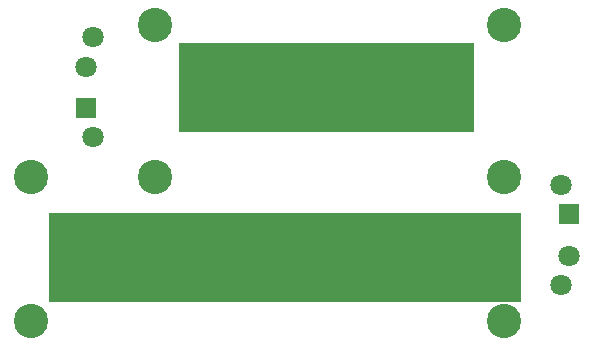
<source format=gbs>
G04*
G04 #@! TF.GenerationSoftware,Altium Limited,Altium Designer,19.0.14 (431)*
G04*
G04 Layer_Color=16711935*
%FSLAX25Y25*%
%MOIN*%
G70*
G01*
G75*
%ADD16C,0.11430*%
%ADD17C,0.07099*%
%ADD18R,0.07099X0.07099*%
%ADD19C,0.03162*%
G36*
X173228Y16142D02*
X15748D01*
Y45669D01*
X173228D01*
Y16142D01*
D02*
G37*
G36*
X157480Y72835D02*
X59055Y72835D01*
X59055Y102362D01*
X157480Y102362D01*
X157480Y72835D01*
D02*
G37*
D16*
X9843Y57874D02*
D03*
X167323D02*
D03*
X51181D02*
D03*
Y108268D02*
D03*
X167323D02*
D03*
Y9843D02*
D03*
X9843D02*
D03*
D17*
X186496Y21654D02*
D03*
Y55118D02*
D03*
X188976Y31496D02*
D03*
X30559Y104385D02*
D03*
Y70921D02*
D03*
X28079Y94543D02*
D03*
D18*
X188976Y45276D02*
D03*
X28079Y80763D02*
D03*
D19*
X62205Y86614D02*
D03*
X65355D02*
D03*
X68505D02*
D03*
X65355Y80315D02*
D03*
X62205D02*
D03*
X63780Y83465D02*
D03*
X71654Y86614D02*
D03*
X68505Y80315D02*
D03*
X66930Y77166D02*
D03*
X63780D02*
D03*
X71654Y80315D02*
D03*
X70079Y83465D02*
D03*
X66930D02*
D03*
X74804Y86614D02*
D03*
X77953D02*
D03*
X74804Y80315D02*
D03*
X70079Y77166D02*
D03*
X73229Y83465D02*
D03*
X77953Y80315D02*
D03*
X73229Y77166D02*
D03*
X76379Y83465D02*
D03*
Y77166D02*
D03*
X79528Y83465D02*
D03*
X165355Y25984D02*
D03*
Y18110D02*
D03*
X161418Y25984D02*
D03*
X163386Y22047D02*
D03*
X161418Y18110D02*
D03*
X157481Y25984D02*
D03*
X159449Y22047D02*
D03*
X157481Y18110D02*
D03*
X153544Y33858D02*
D03*
Y25984D02*
D03*
X155512Y22047D02*
D03*
X153544Y18110D02*
D03*
X151575Y37795D02*
D03*
X149607Y33858D02*
D03*
Y25984D02*
D03*
X151575Y22047D02*
D03*
X149607Y18110D02*
D03*
X147638Y37795D02*
D03*
X145670Y33858D02*
D03*
Y25984D02*
D03*
X147638Y22047D02*
D03*
X145670Y18110D02*
D03*
X143701Y37795D02*
D03*
X141733Y33858D02*
D03*
Y25984D02*
D03*
X143701Y22047D02*
D03*
X141733Y18110D02*
D03*
X139764Y37795D02*
D03*
X137796Y33858D02*
D03*
Y25984D02*
D03*
X139764Y22047D02*
D03*
X137796Y18110D02*
D03*
X135827Y37795D02*
D03*
X133859Y33858D02*
D03*
Y25984D02*
D03*
X135827Y22047D02*
D03*
X133859Y18110D02*
D03*
X131890Y37795D02*
D03*
X129922Y33858D02*
D03*
Y25984D02*
D03*
X131890Y22047D02*
D03*
X129922Y18110D02*
D03*
X127953Y37795D02*
D03*
X125985Y33858D02*
D03*
Y25984D02*
D03*
X127953Y22047D02*
D03*
X125985Y18110D02*
D03*
X124016Y37795D02*
D03*
X122048Y33858D02*
D03*
Y25984D02*
D03*
X124016Y22047D02*
D03*
X122048Y18110D02*
D03*
X120079Y37795D02*
D03*
X118111Y33858D02*
D03*
Y25984D02*
D03*
X120079Y22047D02*
D03*
X118111Y18110D02*
D03*
X116142Y37795D02*
D03*
X114174Y33858D02*
D03*
Y25984D02*
D03*
X116142Y22047D02*
D03*
X114174Y18110D02*
D03*
X112205Y37795D02*
D03*
X110237Y33858D02*
D03*
Y25984D02*
D03*
X112205Y22047D02*
D03*
X110237Y18110D02*
D03*
X108268Y37795D02*
D03*
X106299Y33858D02*
D03*
Y25984D02*
D03*
X108268Y22047D02*
D03*
X106299Y18110D02*
D03*
X104331Y37795D02*
D03*
X102363Y25984D02*
D03*
X104331Y22047D02*
D03*
X102363Y18110D02*
D03*
X98426Y25984D02*
D03*
X100394Y22047D02*
D03*
X98426Y18110D02*
D03*
X94489Y25984D02*
D03*
X96457Y22047D02*
D03*
X94489Y18110D02*
D03*
X90552Y25984D02*
D03*
X92520Y22047D02*
D03*
X90552Y18110D02*
D03*
X86615Y25984D02*
D03*
X88583Y22047D02*
D03*
X86615Y18110D02*
D03*
X84646Y37795D02*
D03*
X82678Y33858D02*
D03*
X84646Y29921D02*
D03*
X82678Y25984D02*
D03*
X84646Y22047D02*
D03*
X82678Y18110D02*
D03*
X80709Y37795D02*
D03*
X78741Y33858D02*
D03*
X80709Y29921D02*
D03*
X78741Y25984D02*
D03*
X80709Y22047D02*
D03*
X78741Y18110D02*
D03*
X76772Y37795D02*
D03*
X74804Y33858D02*
D03*
X76772Y29921D02*
D03*
X74804Y25984D02*
D03*
X76772Y22047D02*
D03*
X74804Y18110D02*
D03*
X72835Y37795D02*
D03*
X70866Y33858D02*
D03*
X72835Y29921D02*
D03*
X70866Y25984D02*
D03*
X72835Y22047D02*
D03*
X70866Y18110D02*
D03*
X68898Y37795D02*
D03*
X66929Y33858D02*
D03*
X68898Y29921D02*
D03*
X66929Y25984D02*
D03*
X68898Y22047D02*
D03*
X66929Y18110D02*
D03*
X64961Y37795D02*
D03*
X62992Y33858D02*
D03*
X64961Y29921D02*
D03*
X62992Y25984D02*
D03*
X64961Y22047D02*
D03*
X62992Y18110D02*
D03*
X61024Y37795D02*
D03*
X59055Y33858D02*
D03*
X61024Y29921D02*
D03*
X59055Y25984D02*
D03*
X61024Y22047D02*
D03*
X59055Y18110D02*
D03*
X57087Y37795D02*
D03*
X55118Y33858D02*
D03*
X57087Y29921D02*
D03*
X55118Y25984D02*
D03*
X57087Y22047D02*
D03*
X55118Y18110D02*
D03*
X53150Y37795D02*
D03*
X51181Y33858D02*
D03*
X53150Y29921D02*
D03*
X51181Y25984D02*
D03*
X53150Y22047D02*
D03*
X51181Y18110D02*
D03*
X49213Y37795D02*
D03*
X47244Y33858D02*
D03*
X49213Y29921D02*
D03*
X47244Y25984D02*
D03*
X49213Y22047D02*
D03*
X47244Y18110D02*
D03*
X45276Y37795D02*
D03*
X43307Y33858D02*
D03*
X45276Y29921D02*
D03*
X43307Y25984D02*
D03*
X45276Y22047D02*
D03*
X43307Y18110D02*
D03*
X41339Y37795D02*
D03*
X39370Y33858D02*
D03*
X41339Y29921D02*
D03*
X39370Y25984D02*
D03*
X41339Y22047D02*
D03*
X39370Y18110D02*
D03*
X37402Y37795D02*
D03*
X35433Y33858D02*
D03*
X37402Y29921D02*
D03*
X35433Y25984D02*
D03*
X37402Y22047D02*
D03*
X35433Y18110D02*
D03*
X31496Y25984D02*
D03*
X33465Y22047D02*
D03*
X31496Y18110D02*
D03*
X27559Y25984D02*
D03*
X29528Y22047D02*
D03*
X27559Y18110D02*
D03*
X23622Y25984D02*
D03*
X25591Y22047D02*
D03*
X23622Y18110D02*
D03*
X19685Y25984D02*
D03*
X21654Y22047D02*
D03*
X19685Y18110D02*
D03*
X17717Y22047D02*
D03*
X153544Y99213D02*
D03*
X155119Y96063D02*
D03*
X153544Y92914D02*
D03*
X155119Y89764D02*
D03*
X153544Y86614D02*
D03*
X155119Y83465D02*
D03*
X153544Y80315D02*
D03*
X155119Y77166D02*
D03*
X150394Y99213D02*
D03*
X151969Y96063D02*
D03*
X150394Y92914D02*
D03*
X151969Y89764D02*
D03*
X150394Y86614D02*
D03*
X151969Y83465D02*
D03*
X150394Y80315D02*
D03*
X151969Y77166D02*
D03*
X147245Y99213D02*
D03*
X148820Y96063D02*
D03*
X147245Y92914D02*
D03*
X148820Y89764D02*
D03*
X147245Y86614D02*
D03*
X148820Y83465D02*
D03*
X147245Y80315D02*
D03*
X148820Y77166D02*
D03*
X144095Y99213D02*
D03*
X145670Y96063D02*
D03*
X144095Y92914D02*
D03*
X145670Y89764D02*
D03*
X144095Y86614D02*
D03*
X145670Y83465D02*
D03*
X144095Y80315D02*
D03*
X145670Y77166D02*
D03*
X140946Y99213D02*
D03*
X142520Y96063D02*
D03*
X140946Y92914D02*
D03*
X142520Y89764D02*
D03*
X140946Y86614D02*
D03*
X142520Y83465D02*
D03*
X140946Y80315D02*
D03*
X142520Y77166D02*
D03*
X137796Y99213D02*
D03*
X139371Y96063D02*
D03*
X137796Y92914D02*
D03*
X139371Y89764D02*
D03*
X137796Y86614D02*
D03*
X139371Y83465D02*
D03*
X137796Y80315D02*
D03*
X139371Y77166D02*
D03*
X134646Y99213D02*
D03*
X136221Y96063D02*
D03*
Y89764D02*
D03*
Y77166D02*
D03*
X131497Y99213D02*
D03*
X133072Y96063D02*
D03*
Y77166D02*
D03*
X128347Y99213D02*
D03*
X129922Y96063D02*
D03*
Y77166D02*
D03*
X125198Y99213D02*
D03*
X126772Y96063D02*
D03*
Y77166D02*
D03*
X122048Y99213D02*
D03*
X123623Y96063D02*
D03*
Y77166D02*
D03*
X118898Y99213D02*
D03*
X120473Y96063D02*
D03*
X118898Y92914D02*
D03*
Y86614D02*
D03*
X120473Y77166D02*
D03*
X115749Y99213D02*
D03*
X117324Y96063D02*
D03*
Y89764D02*
D03*
Y77166D02*
D03*
X112599Y99213D02*
D03*
X114174Y96063D02*
D03*
Y77166D02*
D03*
X109450Y99213D02*
D03*
X111024Y96063D02*
D03*
Y77166D02*
D03*
X106300Y99213D02*
D03*
X107875Y96063D02*
D03*
Y77166D02*
D03*
X103150Y99213D02*
D03*
X104725Y96063D02*
D03*
Y77166D02*
D03*
X100001Y99213D02*
D03*
X101576Y96063D02*
D03*
X100001Y86614D02*
D03*
X101576Y77166D02*
D03*
X96851Y99213D02*
D03*
X98426Y96063D02*
D03*
X96851Y86614D02*
D03*
X98426Y83465D02*
D03*
Y77166D02*
D03*
X93701Y99213D02*
D03*
X95276Y96063D02*
D03*
Y77166D02*
D03*
X90552Y99213D02*
D03*
X92127Y96063D02*
D03*
X87402Y99213D02*
D03*
X88977Y96063D02*
D03*
X84253Y99213D02*
D03*
X85827Y96063D02*
D03*
X81103Y99213D02*
D03*
X82678Y96063D02*
D03*
Y77166D02*
D03*
X77953Y99213D02*
D03*
X79528Y96063D02*
D03*
X77953Y92914D02*
D03*
X79528Y89764D02*
D03*
Y77166D02*
D03*
X74804Y99213D02*
D03*
X76379Y96063D02*
D03*
X74804Y92914D02*
D03*
X76379Y89764D02*
D03*
X71654Y99213D02*
D03*
X73229Y96063D02*
D03*
X71654Y92914D02*
D03*
X73229Y89764D02*
D03*
X68505Y99213D02*
D03*
X70079Y96063D02*
D03*
X68505Y92914D02*
D03*
X70079Y89764D02*
D03*
X65355Y99213D02*
D03*
X66930Y96063D02*
D03*
X65355Y92914D02*
D03*
X66930Y89764D02*
D03*
X62205Y99213D02*
D03*
X63780Y96063D02*
D03*
X62205Y92914D02*
D03*
X63780Y89764D02*
D03*
M02*

</source>
